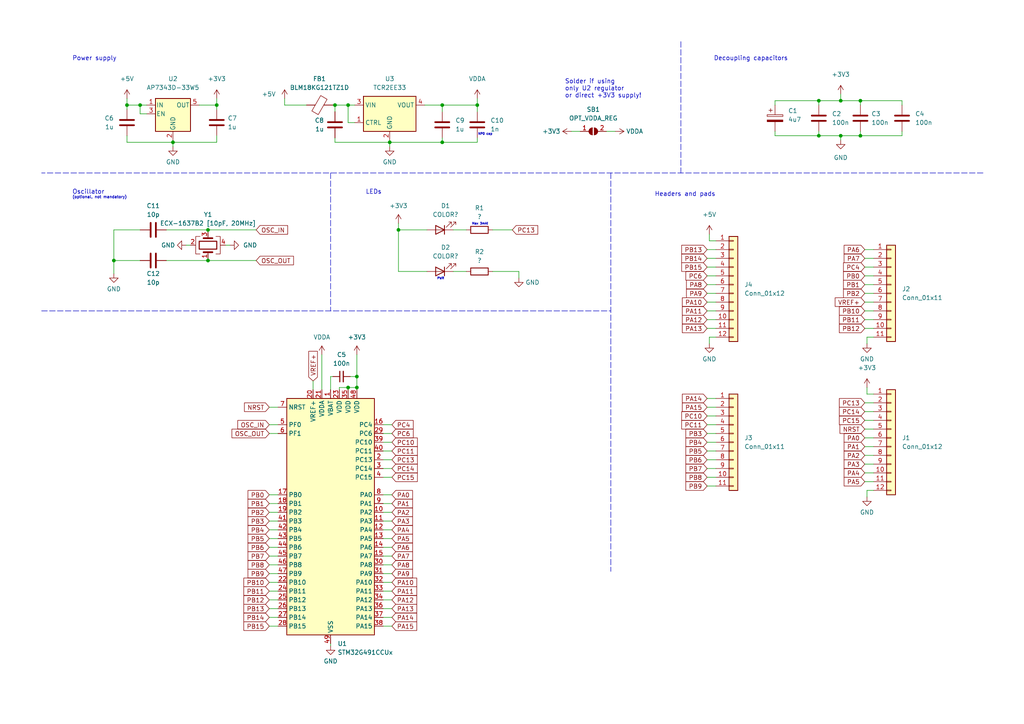
<source format=kicad_sch>
(kicad_sch (version 20211123) (generator eeschema)
  (paper "A4")
  (title_block (title "STM32G491CCUx Adaptor PCB") (rev "1"))
  (lib_symbols
    (symbol "Connector_Generic:Conn_01x11" (pin_names (offset 1.016) hide)
      (property "Reference" "J" (at 0 15.24 0))
      (property "Value" "Conn_01x11" (at 0 -15.24 0))
      (symbol "Conn_01x11_1_1"
        (rectangle (start -1.27 -12.573) (end 0 -12.827) (stroke (width 0.1524)))
        (rectangle (start -1.27 -10.033) (end 0 -10.287) (stroke (width 0.1524)))
        (rectangle (start -1.27 -7.493) (end 0 -7.747) (stroke (width 0.1524)))
        (rectangle (start -1.27 -4.953) (end 0 -5.207) (stroke (width 0.1524)))
        (rectangle (start -1.27 -2.413) (end 0 -2.667) (stroke (width 0.1524)))
        (rectangle (start -1.27 0.127) (end 0 -0.127) (stroke (width 0.1524)))
        (rectangle (start -1.27 2.667) (end 0 2.413) (stroke (width 0.1524)))
        (rectangle (start -1.27 5.207) (end 0 4.953) (stroke (width 0.1524)))
        (rectangle (start -1.27 7.747) (end 0 7.493) (stroke (width 0.1524)))
        (rectangle (start -1.27 10.287) (end 0 10.033) (stroke (width 0.1524)))
        (rectangle (start -1.27 12.827) (end 0 12.573) (stroke (width 0.1524)))
        (rectangle (start -1.27 13.97) (end 1.27 -13.97) (stroke (width 0.254)) (fill (type background)))
        (pin passive line (at -5.08 12.7 0) (length 3.81) (name "Pin_1") (number "1"))
        (pin passive line (at -5.08 -10.16 0) (length 3.81) (name "Pin_10") (number "10"))
        (pin passive line (at -5.08 -12.7 0) (length 3.81) (name "Pin_11") (number "11"))
        (pin passive line (at -5.08 10.16 0) (length 3.81) (name "Pin_2") (number "2"))
        (pin passive line (at -5.08 7.62 0) (length 3.81) (name "Pin_3") (number "3"))
        (pin passive line (at -5.08 5.08 0) (length 3.81) (name "Pin_4") (number "4"))
        (pin passive line (at -5.08 2.54 0) (length 3.81) (name "Pin_5") (number "5"))
        (pin passive line (at -5.08 0 0) (length 3.81) (name "Pin_6") (number "6"))
        (pin passive line (at -5.08 -2.54 0) (length 3.81) (name "Pin_7") (number "7"))
        (pin passive line (at -5.08 -5.08 0) (length 3.81) (name "Pin_8") (number "8"))
        (pin passive line (at -5.08 -7.62 0) (length 3.81) (name "Pin_9") (number "9"))
      )
    )
    (symbol "Connector_Generic:Conn_01x12" (pin_names (offset 1.016) hide)
      (property "Reference" "J" (at 0 15.24 0))
      (property "Value" "Conn_01x12" (at 0 -17.78 0))
      (symbol "Conn_01x12_1_1"
        (rectangle (start -1.27 -15.113) (end 0 -15.367) (stroke (width 0.1524)))
        (rectangle (start -1.27 -12.573) (end 0 -12.827) (stroke (width 0.1524)))
        (rectangle (start -1.27 -10.033) (end 0 -10.287) (stroke (width 0.1524)))
        (rectangle (start -1.27 -7.493) (end 0 -7.747) (stroke (width 0.1524)))
        (rectangle (start -1.27 -4.953) (end 0 -5.207) (stroke (width 0.1524)))
        (rectangle (start -1.27 -2.413) (end 0 -2.667) (stroke (width 0.1524)))
        (rectangle (start -1.27 0.127) (end 0 -0.127) (stroke (width 0.1524)))
        (rectangle (start -1.27 2.667) (end 0 2.413) (stroke (width 0.1524)))
        (rectangle (start -1.27 5.207) (end 0 4.953) (stroke (width 0.1524)))
        (rectangle (start -1.27 7.747) (end 0 7.493) (stroke (width 0.1524)))
        (rectangle (start -1.27 10.287) (end 0 10.033) (stroke (width 0.1524)))
        (rectangle (start -1.27 12.827) (end 0 12.573) (stroke (width 0.1524)))
        (rectangle (start -1.27 13.97) (end 1.27 -16.51) (stroke (width 0.254)) (fill (type background)))
        (pin passive line (at -5.08 12.7 0) (length 3.81) (name "Pin_1") (number "1"))
        (pin passive line (at -5.08 -10.16 0) (length 3.81) (name "Pin_10") (number "10"))
        (pin passive line (at -5.08 -12.7 0) (length 3.81) (name "Pin_11") (number "11"))
        (pin passive line (at -5.08 -15.24 0) (length 3.81) (name "Pin_12") (number "12"))
        (pin passive line (at -5.08 10.16 0) (length 3.81) (name "Pin_2") (number "2"))
        (pin passive line (at -5.08 7.62 0) (length 3.81) (name "Pin_3") (number "3"))
        (pin passive line (at -5.08 5.08 0) (length 3.81) (name "Pin_4") (number "4"))
        (pin passive line (at -5.08 2.54 0) (length 3.81) (name "Pin_5") (number "5"))
        (pin passive line (at -5.08 0 0) (length 3.81) (name "Pin_6") (number "6"))
        (pin passive line (at -5.08 -2.54 0) (length 3.81) (name "Pin_7") (number "7"))
        (pin passive line (at -5.08 -5.08 0) (length 3.81) (name "Pin_8") (number "8"))
        (pin passive line (at -5.08 -7.62 0) (length 3.81) (name "Pin_9") (number "9"))
      )
    )
    (symbol "Device:C" (pin_numbers hide) (pin_names (offset 0.254))
      (property "Reference" "C" (at 0.635 2.54 0))
      (property "Value" "C" (at 0.635 -2.54 0))
      (symbol "C_0_1"
        (polyline (pts (xy -2.032 -0.762) (xy 2.032 -0.762)) (stroke (width 0.508)))
        (polyline (pts (xy -2.032 0.762) (xy 2.032 0.762)) (stroke (width 0.508)))
      )
      (symbol "C_1_1"
        (pin passive line (at 0 3.81 270) (length 2.794) (name "~") (number "1"))
        (pin passive line (at 0 -3.81 90) (length 2.794) (name "~") (number "2"))
      )
    )
    (symbol "Device:C_Polarized" (pin_numbers hide) (pin_names (offset 0.254))
      (property "Reference" "C" (at 0.635 2.54 0))
      (property "Value" "C_Polarized" (at 0.635 -2.54 0))
      (symbol "C_Polarized_0_1"
        (rectangle (start -2.286 0.508) (end 2.286 1.016))
        (polyline (pts (xy -1.778 2.286) (xy -0.762 2.286)))
        (polyline (pts (xy -1.27 2.794) (xy -1.27 1.778)))
        (rectangle (start 2.286 -0.508) (end -2.286 -1.016) (fill (type outline)))
      )
      (symbol "C_Polarized_1_1"
        (pin passive line (at 0 3.81 270) (length 2.794) (name "~") (number "1"))
        (pin passive line (at 0 -3.81 90) (length 2.794) (name "~") (number "2"))
      )
    )
    (symbol "Device:C_Small" (pin_numbers hide) (pin_names (offset 0.254) hide)
      (property "Reference" "C" (at 0.254 1.778 0))
      (property "Value" "C_Small" (at 0.254 -2.032 0))
      (symbol "C_Small_0_1"
        (polyline (pts (xy -1.524 -0.508) (xy 1.524 -0.508)) (stroke (width 0.3302)))
        (polyline (pts (xy -1.524 0.508) (xy 1.524 0.508)) (stroke (width 0.3048)))
      )
      (symbol "C_Small_1_1"
        (pin passive line (at 0 2.54 270) (length 2.032) (name "~") (number "1"))
        (pin passive line (at 0 -2.54 90) (length 2.032) (name "~") (number "2"))
      )
    )
    (symbol "Device:Crystal_GND24" (pin_names (offset 1.016) hide)
      (property "Reference" "Y" (at 3.175 5.08 0))
      (property "Value" "Crystal_GND24" (at 3.175 3.175 0))
      (symbol "Crystal_GND24_0_1"
        (rectangle (start -1.143 2.54) (end 1.143 -2.54) (stroke (width 0.3048)))
        (polyline (pts (xy -2.54 0) (xy -2.032 0)))
        (polyline (pts (xy -2.032 -1.27) (xy -2.032 1.27)) (stroke (width 0.508)))
        (polyline (pts (xy 0 -3.81) (xy 0 -3.556)))
        (polyline (pts (xy 0 3.556) (xy 0 3.81)))
        (polyline (pts (xy 2.032 -1.27) (xy 2.032 1.27)) (stroke (width 0.508)))
        (polyline (pts (xy 2.032 0) (xy 2.54 0)))
        (polyline (pts (xy -2.54 -2.286) (xy -2.54 -3.556) (xy 2.54 -3.556) (xy 2.54 -2.286)))
        (polyline (pts (xy -2.54 2.286) (xy -2.54 3.556) (xy 2.54 3.556) (xy 2.54 2.286)))
      )
      (symbol "Crystal_GND24_1_1"
        (pin passive line (at -3.81 0 0) (length 1.27) (name "1") (number "1"))
        (pin passive line (at 0 5.08 270) (length 1.27) (name "2") (number "2"))
        (pin passive line (at 3.81 0 180) (length 1.27) (name "3") (number "3"))
        (pin passive line (at 0 -5.08 90) (length 1.27) (name "4") (number "4"))
      )
    )
    (symbol "Device:FerriteBead" (pin_numbers hide) (pin_names (offset 0))
      (property "Reference" "FB" (at -3.81 0.635 90))
      (property "Value" "FerriteBead" (at 3.81 0 90))
      (symbol "FerriteBead_0_1"
        (polyline (pts (xy 0 -1.27) (xy 0 -1.2192)))
        (polyline (pts (xy 0 1.27) (xy 0 1.2954)))
        (polyline (pts (xy -2.7686 0.4064) (xy -1.7018 2.2606) (xy 2.7686 -0.3048) (xy 1.6764 -2.159) (xy -2.7686 0.4064)))
      )
      (symbol "FerriteBead_1_1"
        (pin passive line (at 0 3.81 270) (length 2.54) (name "~") (number "1"))
        (pin passive line (at 0 -3.81 90) (length 2.54) (name "~") (number "2"))
      )
    )
    (symbol "Device:LED" (pin_numbers hide) (pin_names (offset 1.016) hide)
      (property "Reference" "D" (at 0 2.54 0))
      (property "Value" "LED" (at 0 -2.54 0))
      (symbol "LED_0_1"
        (polyline (pts (xy -1.27 -1.27) (xy -1.27 1.27)) (stroke (width 0.254)))
        (polyline (pts (xy -1.27 0) (xy 1.27 0)))
        (polyline (pts (xy 1.27 -1.27) (xy 1.27 1.27) (xy -1.27 0) (xy 1.27 -1.27)) (stroke (width 0.254)))
        (polyline (pts (xy -3.048 -0.762) (xy -4.572 -2.286) (xy -3.81 -2.286) (xy -4.572 -2.286) (xy -4.572 -1.524)))
        (polyline (pts (xy -1.778 -0.762) (xy -3.302 -2.286) (xy -2.54 -2.286) (xy -3.302 -2.286) (xy -3.302 -1.524)))
      )
      (symbol "LED_1_1"
        (pin passive line (at -3.81 0 0) (length 2.54) (name "K") (number "1"))
        (pin passive line (at 3.81 0 180) (length 2.54) (name "A") (number "2"))
      )
    )
    (symbol "Device:R" (pin_numbers hide) (pin_names (offset 0))
      (property "Reference" "R" (at 2.032 0 90))
      (property "Value" "R" (at 0 0 90))
      (symbol "R_0_1"
        (rectangle (start -1.016 -2.54) (end 1.016 2.54) (stroke (width 0.254)))
      )
      (symbol "R_1_1"
        (pin passive line (at 0 3.81 270) (length 1.27) (name "~") (number "1"))
        (pin passive line (at 0 -3.81 90) (length 1.27) (name "~") (number "2"))
      )
    )
    (symbol "Jumper:SolderJumper_2_Open" (pin_names (offset 0) hide)
      (property "Reference" "JP" (at 0 2.032 0))
      (property "Value" "SolderJumper_2_Open" (at 0 -2.54 0))
      (symbol "SolderJumper_2_Open_0_1"
        (arc (start -0.254 1.016) (mid -1.27 0) (end -0.254 -1.016))
        (arc (start -0.254 1.016) (mid -1.27 0) (end -0.254 -1.016) (fill (type outline)))
        (polyline (pts (xy -0.254 1.016) (xy -0.254 -1.016)))
        (polyline (pts (xy 0.254 1.016) (xy 0.254 -1.016)))
        (arc (start 0.254 -1.016) (mid 1.27 0) (end 0.254 1.016))
        (arc (start 0.254 -1.016) (mid 1.27 0) (end 0.254 1.016) (fill (type outline)))
      )
      (symbol "SolderJumper_2_Open_1_1"
        (pin passive line (at -3.81 0 0) (length 2.54) (name "A") (number "1"))
        (pin passive line (at 3.81 0 180) (length 2.54) (name "B") (number "2"))
      )
    )
    (symbol "MCU_ST_STM32G4:STM32G491CCUx"
      (property "Reference" "U1" (at 2.0194 -33.02 0))
      (property "Value" "STM32G491CCUx" (at 2.0194 -35.56 0))
      (symbol "STM32G491CCUx_0_1"
        (rectangle (start -12.7 -30.48) (end 12.7 38.1) (stroke (width 0.254)) (fill (type background)))
      )
      (symbol "STM32G491CCUx_1_1"
        (pin power_in line (at 0 40.64 270) (length 2.54) (name "VBAT") (number "1"))
        (pin bidirectional line (at 15.24 5.08 180) (length 2.54) (name "PA2") (number "10"))
        (pin bidirectional line (at 15.24 2.54 180) (length 2.54) (name "PA3") (number "11"))
        (pin bidirectional line (at 15.24 0 180) (length 2.54) (name "PA4") (number "12"))
        (pin bidirectional line (at 15.24 -2.54 180) (length 2.54) (name "PA5") (number "13"))
        (pin bidirectional line (at 15.24 -5.08 180) (length 2.54) (name "PA6") (number "14"))
        (pin bidirectional line (at 15.24 -7.62 180) (length 2.54) (name "PA7") (number "15"))
        (pin bidirectional line (at 15.24 30.48 180) (length 2.54) (name "PC4") (number "16"))
        (pin bidirectional line (at -15.24 10.16 0) (length 2.54) (name "PB0") (number "17"))
        (pin bidirectional line (at -15.24 7.62 0) (length 2.54) (name "PB1") (number "18"))
        (pin bidirectional line (at -15.24 5.08 0) (length 2.54) (name "PB2") (number "19"))
        (pin bidirectional line (at 15.24 20.32 180) (length 2.54) (name "PC13") (number "2"))
        (pin power_in line (at -5.08 40.64 270) (length 2.54) (name "VREF+") (number "20"))
        (pin power_in line (at -2.54 40.64 270) (length 2.54) (name "VDDA") (number "21"))
        (pin bidirectional line (at -15.24 -15.24 0) (length 2.54) (name "PB10") (number "22"))
        (pin power_in line (at 2.54 40.64 270) (length 2.54) (name "VDD") (number "23"))
        (pin bidirectional line (at -15.24 -17.78 0) (length 2.54) (name "PB11") (number "24"))
        (pin bidirectional line (at -15.24 -20.32 0) (length 2.54) (name "PB12") (number "25"))
        (pin bidirectional line (at -15.24 -22.86 0) (length 2.54) (name "PB13") (number "26"))
        (pin bidirectional line (at -15.24 -25.4 0) (length 2.54) (name "PB14") (number "27"))
        (pin bidirectional line (at -15.24 -27.94 0) (length 2.54) (name "PB15") (number "28"))
        (pin bidirectional line (at 15.24 27.94 180) (length 2.54) (name "PC6") (number "29"))
        (pin bidirectional line (at 15.24 17.78 180) (length 2.54) (name "PC14") (number "3"))
        (pin bidirectional line (at 15.24 -10.16 180) (length 2.54) (name "PA8") (number "30"))
        (pin bidirectional line (at 15.24 -12.7 180) (length 2.54) (name "PA9") (number "31"))
        (pin bidirectional line (at 15.24 -15.24 180) (length 2.54) (name "PA10") (number "32"))
        (pin bidirectional line (at 15.24 -17.78 180) (length 2.54) (name "PA11") (number "33"))
        (pin bidirectional line (at 15.24 -20.32 180) (length 2.54) (name "PA12") (number "34"))
        (pin power_in line (at 5.08 40.64 270) (length 2.54) (name "VDD") (number "35"))
        (pin bidirectional line (at 15.24 -22.86 180) (length 2.54) (name "PA13") (number "36"))
        (pin bidirectional line (at 15.24 -25.4 180) (length 2.54) (name "PA14") (number "37"))
        (pin bidirectional line (at 15.24 -27.94 180) (length 2.54) (name "PA15") (number "38"))
        (pin bidirectional line (at 15.24 25.4 180) (length 2.54) (name "PC10") (number "39"))
        (pin bidirectional line (at 15.24 15.24 180) (length 2.54) (name "PC15") (number "4"))
        (pin bidirectional line (at 15.24 22.86 180) (length 2.54) (name "PC11") (number "40"))
        (pin bidirectional line (at -15.24 2.54 0) (length 2.54) (name "PB3") (number "41"))
        (pin bidirectional line (at -15.24 0 0) (length 2.54) (name "PB4") (number "42"))
        (pin bidirectional line (at -15.24 -2.54 0) (length 2.54) (name "PB5") (number "43"))
        (pin bidirectional line (at -15.24 -5.08 0) (length 2.54) (name "PB6") (number "44"))
        (pin bidirectional line (at -15.24 -7.62 0) (length 2.54) (name "PB7") (number "45"))
        (pin bidirectional line (at -15.24 -10.16 0) (length 2.54) (name "PB8") (number "46"))
        (pin bidirectional line (at -15.24 -12.7 0) (length 2.54) (name "PB9") (number "47"))
        (pin power_in line (at 7.62 40.64 270) (length 2.54) (name "VDD") (number "48"))
        (pin power_in line (at 0 -33.02 90) (length 2.54) (name "VSS") (number "49"))
        (pin input line (at -15.24 30.48 0) (length 2.54) (name "PF0") (number "5"))
        (pin input line (at -15.24 27.94 0) (length 2.54) (name "PF1") (number "6"))
        (pin input line (at -15.24 35.56 0) (length 2.54) (name "NRST") (number "7"))
        (pin bidirectional line (at 15.24 10.16 180) (length 2.54) (name "PA0") (number "8"))
        (pin bidirectional line (at 15.24 7.62 180) (length 2.54) (name "PA1") (number "9"))
      )
    )
    (symbol "Regulator_Linear:TCR2EE27"
      (property "Reference" "U6" (at 0 9.3218 0))
      (property "Value" "TCR2EE27" (at 0 7.0104 0))
      (symbol "TCR2EE27_0_1"
        (rectangle (start -7.62 -5.08) (end 7.62 5.08) (stroke (width 0.254)) (fill (type background)))
      )
      (symbol "TCR2EE27_1_1"
        (pin input line (at -10.16 -2.54 0) (length 2.54) (name "CTRL") (number "1"))
        (pin power_in line (at 0 -7.62 90) (length 2.54) (name "GND") (number "2"))
        (pin power_in line (at -10.16 2.54 0) (length 2.54) (name "VIN") (number "3"))
        (pin power_out line (at 10.16 2.54 180) (length 2.54) (name "VOUT") (number "4"))
        (pin no_connect line (at 7.62 -2.54 180) (length 2.54) hide (name "NC") (number "5"))
      )
    )
    (symbol "Regulator_Linear:TLV70015_SOT23-5" (pin_names (offset 0.254))
      (property "Reference" "U" (at -3.81 5.715 0))
      (property "Value" "TLV70015_SOT23-5" (at 0 5.715 0))
      (symbol "TLV70015_SOT23-5_0_1"
        (rectangle (start -5.08 4.445) (end 5.08 -5.08) (stroke (width 0.254)) (fill (type background)))
      )
      (symbol "TLV70015_SOT23-5_1_1"
        (pin power_in line (at -7.62 2.54 0) (length 2.54) (name "IN") (number "1"))
        (pin power_in line (at 0 -7.62 90) (length 2.54) (name "GND") (number "2"))
        (pin input line (at -7.62 0 0) (length 2.54) (name "EN") (number "3"))
        (pin no_connect line (at 5.08 0 180) (length 2.54) hide (name "NC") (number "4"))
        (pin power_out line (at 7.62 2.54 180) (length 2.54) (name "OUT") (number "5"))
      )
    )
    (symbol "power:+3V3" (power) (pin_names (offset 0))
      (property "Value" "+3V3" (at 0 3.556 0))
      (symbol "+3V3_0_1"
        (polyline (pts (xy -0.762 1.27) (xy 0 2.54)))
        (polyline (pts (xy 0 0) (xy 0 2.54)))
        (polyline (pts (xy 0 2.54) (xy 0.762 1.27)))
      )
      (symbol "+3V3_1_1"
        (pin power_in line (at 0 0 90) (length 0) hide (name "+3V3") (number "1"))
      )
    )
    (symbol "power:+5V" (power) (pin_names (offset 0))
      (property "Value" "+5V" (at 0 3.556 0))
      (symbol "+5V_0_1"
        (polyline (pts (xy -0.762 1.27) (xy 0 2.54)))
        (polyline (pts (xy 0 0) (xy 0 2.54)))
        (polyline (pts (xy 0 2.54) (xy 0.762 1.27)))
      )
      (symbol "+5V_1_1"
        (pin power_in line (at 0 0 90) (length 0) hide (name "+5V") (number "1"))
      )
    )
    (symbol "power:GND" (power) (pin_names (offset 0))
      (property "Value" "GND" (at 0 -3.81 0))
      (symbol "GND_0_1"
        (polyline (pts (xy 0 0) (xy 0 -1.27) (xy 1.27 -1.27) (xy 0 -2.54) (xy -1.27 -1.27) (xy 0 -1.27)))
      )
      (symbol "GND_1_1"
        (pin power_in line (at 0 0 270) (length 0) hide (name "GND") (number "1"))
      )
    )
    (symbol "power:VDDA" (power) (pin_names (offset 0))
      (property "Value" "VDDA" (at 0 3.81 0))
      (symbol "VDDA_0_1"
        (polyline (pts (xy -0.762 1.27) (xy 0 2.54)))
        (polyline (pts (xy 0 0) (xy 0 2.54)))
        (polyline (pts (xy 0 2.54) (xy 0.762 1.27)))
      )
      (symbol "VDDA_1_1"
        (pin power_in line (at 0 0 90) (length 0) hide (name "VDDA") (number "1"))
      )
    )
  )
  (junction (at 138.43 30.48))
  (junction (at 36.83 30.48))
  (junction (at 237.49 39.37))
  (junction (at 103.505 112.395))
  (junction (at 243.84 29.21))
  (junction (at 128.27 30.48))
  (junction (at 128.27 41.275))
  (junction (at 243.84 39.37))
  (junction (at 249.555 29.21))
  (junction (at 33.02 75.565))
  (junction (at 100.965 112.395))
  (junction (at 237.49 29.21))
  (junction (at 103.505 109.22))
  (junction (at 249.555 39.37))
  (junction (at 100.965 30.48))
  (junction (at 97.155 30.48))
  (junction (at 50.165 41.275))
  (junction (at 40.64 30.48))
  (junction (at 113.03 41.275))
  (junction (at 60.325 75.565))
  (junction (at 60.325 66.675))
  (junction (at 115.57 66.675))
  (junction (at 62.865 30.48))
  (wire (pts (xy 250.825 137.16) (xy 253.365 137.16)))
  (wire (pts (xy 205.105 77.47) (xy 207.645 77.47)))
  (wire (pts (xy 78.105 123.19) (xy 80.645 123.19)))
  (wire (pts (xy 205.105 138.43) (xy 207.645 138.43)))
  (wire (pts (xy 111.125 143.51) (xy 113.665 143.51)))
  (wire (pts (xy 249.555 39.37) (xy 261.62 39.37)))
  (wire (pts (xy 250.825 95.25) (xy 253.365 95.25)))
  (wire (pts (xy 111.125 135.89) (xy 113.665 135.89)))
  (wire (pts (xy 250.825 132.08) (xy 253.365 132.08)))
  (wire (pts (xy 96.52 30.48) (xy 97.155 30.48)))
  (polyline (pts (xy 197.485 12.065) (xy 197.485 50.165)))
  (wire (pts (xy 50.165 41.275) (xy 50.165 42.545)))
  (wire (pts (xy 237.49 29.21) (xy 243.84 29.21)))
  (wire (pts (xy 115.57 64.77) (xy 115.57 66.675)))
  (wire (pts (xy 78.105 125.73) (xy 80.645 125.73)))
  (wire (pts (xy 90.805 110.49) (xy 90.805 113.03)))
  (wire (pts (xy 78.105 156.21) (xy 80.645 156.21)))
  (wire (pts (xy 250.825 85.09) (xy 253.365 85.09)))
  (wire (pts (xy 138.43 30.48) (xy 128.27 30.48)))
  (wire (pts (xy 131.445 78.74) (xy 135.255 78.74)))
  (wire (pts (xy 100.965 30.48) (xy 102.87 30.48)))
  (wire (pts (xy 103.505 112.395) (xy 103.505 113.03)))
  (polyline (pts (xy 285.115 50.165) (xy 12.065 50.165)))
  (wire (pts (xy 78.105 151.13) (xy 80.645 151.13)))
  (wire (pts (xy 62.865 30.48) (xy 62.865 31.75)))
  (wire (pts (xy 205.74 67.945) (xy 205.74 69.85)))
  (wire (pts (xy 205.105 133.35) (xy 207.645 133.35)))
  (wire (pts (xy 224.79 30.48) (xy 224.79 29.21)))
  (wire (pts (xy 53.975 71.12) (xy 55.245 71.12)))
  (wire (pts (xy 113.03 41.275) (xy 97.155 41.275)))
  (wire (pts (xy 95.885 186.69) (xy 95.885 187.325)))
  (wire (pts (xy 48.26 75.565) (xy 60.325 75.565)))
  (wire (pts (xy 42.545 33.02) (xy 40.64 33.02)))
  (wire (pts (xy 250.825 116.84) (xy 253.365 116.84)))
  (wire (pts (xy 175.895 38.1) (xy 178.435 38.1)))
  (wire (pts (xy 251.46 99.695) (xy 251.46 97.79)))
  (polyline (pts (xy 12.065 90.17) (xy 177.165 90.17)))
  (wire (pts (xy 111.125 156.21) (xy 113.665 156.21)))
  (wire (pts (xy 138.43 40.005) (xy 138.43 41.275)))
  (wire (pts (xy 100.965 35.56) (xy 100.965 30.48)))
  (wire (pts (xy 128.27 41.275) (xy 138.43 41.275)))
  (wire (pts (xy 78.105 171.45) (xy 80.645 171.45)))
  (wire (pts (xy 111.125 128.27) (xy 113.665 128.27)))
  (wire (pts (xy 243.84 29.21) (xy 249.555 29.21)))
  (wire (pts (xy 123.825 66.675) (xy 115.57 66.675)))
  (wire (pts (xy 205.105 87.63) (xy 207.645 87.63)))
  (wire (pts (xy 115.57 78.74) (xy 123.825 78.74)))
  (wire (pts (xy 78.105 148.59) (xy 80.645 148.59)))
  (wire (pts (xy 111.125 176.53) (xy 113.665 176.53)))
  (wire (pts (xy 33.02 79.375) (xy 33.02 75.565)))
  (wire (pts (xy 82.55 28.575) (xy 82.55 30.48)))
  (wire (pts (xy 111.125 151.13) (xy 113.665 151.13)))
  (wire (pts (xy 36.83 30.48) (xy 40.64 30.48)))
  (wire (pts (xy 103.505 109.22) (xy 103.505 112.395)))
  (wire (pts (xy 111.125 158.75) (xy 113.665 158.75)))
  (wire (pts (xy 78.105 153.67) (xy 80.645 153.67)))
  (wire (pts (xy 111.125 133.35) (xy 113.665 133.35)))
  (wire (pts (xy 78.105 163.83) (xy 80.645 163.83)))
  (wire (pts (xy 224.79 39.37) (xy 237.49 39.37)))
  (wire (pts (xy 115.57 66.675) (xy 115.57 78.74)))
  (wire (pts (xy 95.885 109.22) (xy 96.52 109.22)))
  (wire (pts (xy 113.03 41.275) (xy 113.03 42.545)))
  (wire (pts (xy 205.105 82.55) (xy 207.645 82.55)))
  (wire (pts (xy 40.64 33.02) (xy 40.64 30.48)))
  (wire (pts (xy 205.105 90.17) (xy 207.645 90.17)))
  (wire (pts (xy 250.825 129.54) (xy 253.365 129.54)))
  (wire (pts (xy 205.105 85.09) (xy 207.645 85.09)))
  (wire (pts (xy 62.865 41.275) (xy 50.165 41.275)))
  (wire (pts (xy 113.03 40.64) (xy 113.03 41.275)))
  (wire (pts (xy 78.105 179.07) (xy 80.645 179.07)))
  (wire (pts (xy 250.825 121.92) (xy 253.365 121.92)))
  (wire (pts (xy 249.555 30.48) (xy 249.555 29.21)))
  (wire (pts (xy 205.74 69.85) (xy 207.645 69.85)))
  (wire (pts (xy 250.825 77.47) (xy 253.365 77.47)))
  (wire (pts (xy 205.105 72.39) (xy 207.645 72.39)))
  (wire (pts (xy 40.64 66.675) (xy 33.02 66.675)))
  (wire (pts (xy 138.43 32.385) (xy 138.43 30.48)))
  (wire (pts (xy 249.555 38.1) (xy 249.555 39.37)))
  (wire (pts (xy 36.83 39.37) (xy 36.83 41.275)))
  (wire (pts (xy 205.105 135.89) (xy 207.645 135.89)))
  (wire (pts (xy 205.105 120.65) (xy 207.645 120.65)))
  (wire (pts (xy 78.105 146.05) (xy 80.645 146.05)))
  (wire (pts (xy 78.105 173.99) (xy 80.645 173.99)))
  (wire (pts (xy 103.505 102.87) (xy 103.505 109.22)))
  (wire (pts (xy 100.965 112.395) (xy 100.965 113.03)))
  (wire (pts (xy 78.105 161.29) (xy 80.645 161.29)))
  (wire (pts (xy 135.255 66.675) (xy 131.445 66.675)))
  (wire (pts (xy 237.49 39.37) (xy 243.84 39.37)))
  (wire (pts (xy 101.6 109.22) (xy 103.505 109.22)))
  (wire (pts (xy 250.825 82.55) (xy 253.365 82.55)))
  (wire (pts (xy 150.495 78.74) (xy 150.495 80.645)))
  (wire (pts (xy 261.62 29.21) (xy 261.62 30.48)))
  (wire (pts (xy 243.84 39.37) (xy 243.84 40.64)))
  (wire (pts (xy 111.125 153.67) (xy 113.665 153.67)))
  (wire (pts (xy 97.155 32.385) (xy 97.155 30.48)))
  (wire (pts (xy 60.325 66.675) (xy 74.295 66.675)))
  (wire (pts (xy 111.125 130.81) (xy 113.665 130.81)))
  (wire (pts (xy 78.105 143.51) (xy 80.645 143.51)))
  (wire (pts (xy 128.27 32.385) (xy 128.27 30.48)))
  (wire (pts (xy 250.825 124.46) (xy 253.365 124.46)))
  (wire (pts (xy 224.79 38.1) (xy 224.79 39.37)))
  (wire (pts (xy 33.02 66.675) (xy 33.02 75.565)))
  (wire (pts (xy 237.49 30.48) (xy 237.49 29.21)))
  (wire (pts (xy 78.105 118.11) (xy 80.645 118.11)))
  (wire (pts (xy 250.825 134.62) (xy 253.365 134.62)))
  (wire (pts (xy 36.83 41.275) (xy 50.165 41.275)))
  (wire (pts (xy 205.74 99.695) (xy 205.74 97.79)))
  (wire (pts (xy 111.125 161.29) (xy 113.665 161.29)))
  (wire (pts (xy 224.79 29.21) (xy 237.49 29.21)))
  (wire (pts (xy 123.19 30.48) (xy 128.27 30.48)))
  (wire (pts (xy 243.84 27.305) (xy 243.84 29.21)))
  (wire (pts (xy 93.345 102.87) (xy 93.345 113.03)))
  (wire (pts (xy 205.105 123.19) (xy 207.645 123.19)))
  (wire (pts (xy 250.825 72.39) (xy 253.365 72.39)))
  (wire (pts (xy 250.825 127) (xy 253.365 127)))
  (wire (pts (xy 250.825 87.63) (xy 253.365 87.63)))
  (wire (pts (xy 78.105 166.37) (xy 80.645 166.37)))
  (wire (pts (xy 111.125 123.19) (xy 113.665 123.19)))
  (wire (pts (xy 142.875 78.74) (xy 150.495 78.74)))
  (wire (pts (xy 250.825 92.71) (xy 253.365 92.71)))
  (wire (pts (xy 111.125 168.91) (xy 113.665 168.91)))
  (wire (pts (xy 78.105 176.53) (xy 80.645 176.53)))
  (wire (pts (xy 250.825 139.7) (xy 253.365 139.7)))
  (wire (pts (xy 50.165 40.64) (xy 50.165 41.275)))
  (wire (pts (xy 250.825 74.93) (xy 253.365 74.93)))
  (wire (pts (xy 57.785 30.48) (xy 62.865 30.48)))
  (wire (pts (xy 113.03 41.275) (xy 128.27 41.275)))
  (wire (pts (xy 205.74 97.79) (xy 207.645 97.79)))
  (wire (pts (xy 243.84 39.37) (xy 249.555 39.37)))
  (wire (pts (xy 111.125 181.61) (xy 113.665 181.61)))
  (wire (pts (xy 128.27 41.275) (xy 128.27 40.005)))
  (wire (pts (xy 148.59 66.675) (xy 142.875 66.675)))
  (wire (pts (xy 97.155 30.48) (xy 100.965 30.48)))
  (wire (pts (xy 62.865 39.37) (xy 62.865 41.275)))
  (wire (pts (xy 205.105 130.81) (xy 207.645 130.81)))
  (wire (pts (xy 78.105 158.75) (xy 80.645 158.75)))
  (wire (pts (xy 111.125 125.73) (xy 113.665 125.73)))
  (wire (pts (xy 40.64 30.48) (xy 42.545 30.48)))
  (wire (pts (xy 36.83 28.575) (xy 36.83 30.48)))
  (polyline (pts (xy 95.885 50.165) (xy 95.885 90.17)))
  (wire (pts (xy 48.26 66.675) (xy 60.325 66.675)))
  (wire (pts (xy 205.105 80.01) (xy 207.645 80.01)))
  (wire (pts (xy 98.425 112.395) (xy 100.965 112.395)))
  (wire (pts (xy 205.105 118.11) (xy 207.645 118.11)))
  (wire (pts (xy 111.125 173.99) (xy 113.665 173.99)))
  (polyline (pts (xy 177.165 50.165) (xy 177.165 165.735)))
  (wire (pts (xy 205.105 128.27) (xy 207.645 128.27)))
  (wire (pts (xy 82.55 30.48) (xy 88.9 30.48)))
  (wire (pts (xy 98.425 113.03) (xy 98.425 112.395)))
  (wire (pts (xy 78.105 168.91) (xy 80.645 168.91)))
  (wire (pts (xy 205.105 74.93) (xy 207.645 74.93)))
  (wire (pts (xy 237.49 38.1) (xy 237.49 39.37)))
  (wire (pts (xy 33.02 75.565) (xy 40.64 75.565)))
  (wire (pts (xy 205.105 92.71) (xy 207.645 92.71)))
  (wire (pts (xy 111.125 163.83) (xy 113.665 163.83)))
  (wire (pts (xy 111.125 179.07) (xy 113.665 179.07)))
  (wire (pts (xy 250.825 119.38) (xy 253.365 119.38)))
  (wire (pts (xy 102.87 35.56) (xy 100.965 35.56)))
  (wire (pts (xy 251.46 97.79) (xy 253.365 97.79)))
  (wire (pts (xy 95.885 113.03) (xy 95.885 109.22)))
  (wire (pts (xy 97.155 41.275) (xy 97.155 40.005)))
  (wire (pts (xy 60.325 74.93) (xy 60.325 75.565)))
  (wire (pts (xy 251.46 144.145) (xy 251.46 142.24)))
  (wire (pts (xy 111.125 148.59) (xy 113.665 148.59)))
  (wire (pts (xy 78.105 181.61) (xy 80.645 181.61)))
  (wire (pts (xy 36.83 30.48) (xy 36.83 31.75)))
  (wire (pts (xy 111.125 138.43) (xy 113.665 138.43)))
  (wire (pts (xy 60.325 75.565) (xy 74.295 75.565)))
  (wire (pts (xy 205.105 125.73) (xy 207.645 125.73)))
  (wire (pts (xy 205.105 115.57) (xy 207.645 115.57)))
  (wire (pts (xy 62.865 28.575) (xy 62.865 30.48)))
  (wire (pts (xy 251.46 112.395) (xy 251.46 114.3)))
  (wire (pts (xy 205.105 140.97) (xy 207.645 140.97)))
  (wire (pts (xy 65.405 71.12) (xy 66.675 71.12)))
  (wire (pts (xy 100.965 112.395) (xy 103.505 112.395)))
  (wire (pts (xy 249.555 29.21) (xy 261.62 29.21)))
  (wire (pts (xy 165.735 38.1) (xy 168.275 38.1)))
  (wire (pts (xy 138.43 28.575) (xy 138.43 30.48)))
  (wire (pts (xy 250.825 80.01) (xy 253.365 80.01)))
  (wire (pts (xy 205.105 95.25) (xy 207.645 95.25)))
  (wire (pts (xy 111.125 171.45) (xy 113.665 171.45)))
  (wire (pts (xy 251.46 114.3) (xy 253.365 114.3)))
  (wire (pts (xy 111.125 166.37) (xy 113.665 166.37)))
  (wire (pts (xy 250.825 90.17) (xy 253.365 90.17)))
  (wire (pts (xy 111.125 146.05) (xy 113.665 146.05)))
  (wire (pts (xy 261.62 38.1) (xy 261.62 39.37)))
  (wire (pts (xy 251.46 142.24) (xy 253.365 142.24)))
  (wire (pts (xy 60.325 67.31) (xy 60.325 66.675)))
  (text "PWR" (at 128.905 81.28 180) (effects (font (size 0.635 0.635)) (justify right bottom)))
  (text "NP0 cap" (at 142.875 39.37 180) (effects (font (size 0.635 0.635)) (justify right bottom)))
  (text "Oscillator" (at 20.955 56.515 0) (effects (font (size 1.27 1.27)) (justify left bottom)))
  (text "Max 3mA!" (at 141.605 65.405 180) (effects (font (size 0.635 0.635)) (justify right bottom)))
  (text "LEDs" (at 106.045 56.515 0) (effects (font (size 1.27 1.27)) (justify left bottom)))
  (text "Headers and pads" (at 189.865 57.15 0) (effects (font (size 1.27 1.27)) (justify left bottom)))
  (text "Decoupling capacitors" (at 207.01 17.78 0) (effects (font (size 1.27 1.27)) (justify left bottom)))
  (text "Solder if using\nonly U2 regulator\nor direct +3V3 supply!" (at 163.83 28.575 0) (effects (font (size 1.27 1.27)) (justify left bottom)))
  (text "(optional, not mandatory)" (at 20.955 57.785 0) (effects (font (size 0.8 0.8)) (justify left bottom)))
  (text "Power supply" (at 20.955 17.78 0) (effects (font (size 1.27 1.27)) (justify left bottom)))
  (global_label "PC11" (shape input) (at 113.665 130.81 0) (property "Intersheet References" "${INTERSHEET_REFS}" (effects hide)))
  (global_label "PB0" (shape input) (at 250.825 80.01 180) (property "Intersheet References" "${INTERSHEET_REFS}" (effects hide)))
  (global_label "PA7" (shape input) (at 250.825 74.93 180) (property "Intersheet References" "${INTERSHEET_REFS}" (effects hide)))
  (global_label "PA6" (shape input) (at 113.665 158.75 0) (property "Intersheet References" "${INTERSHEET_REFS}" (effects hide)))
  (global_label "NRST" (shape input) (at 78.105 118.11 180) (property "Intersheet References" "${INTERSHEET_REFS}" (effects hide)))
  (global_label "NRST" (shape input) (at 250.825 124.46 180) (property "Intersheet References" "${INTERSHEET_REFS}" (effects hide)))
  (global_label "PB7" (shape input) (at 205.105 135.89 180) (property "Intersheet References" "${INTERSHEET_REFS}" (effects hide)))
  (global_label "PC10" (shape input) (at 205.105 120.65 180) (property "Intersheet References" "${INTERSHEET_REFS}" (effects hide)))
  (global_label "PB2" (shape input) (at 78.105 148.59 180) (property "Intersheet References" "${INTERSHEET_REFS}" (effects hide)))
  (global_label "PA14" (shape input) (at 205.105 115.57 180) (property "Intersheet References" "${INTERSHEET_REFS}" (effects hide)))
  (global_label "OSC_IN" (shape input) (at 74.295 66.675 0) (property "Intersheet References" "${INTERSHEET_REFS}" (effects hide)))
  (global_label "PC14" (shape input) (at 113.665 135.89 0) (property "Intersheet References" "${INTERSHEET_REFS}" (effects hide)))
  (global_label "VREF+" (shape input) (at 90.805 110.49 90) (property "Intersheet References" "${INTERSHEET_REFS}" (effects hide)))
  (global_label "PA2" (shape input) (at 250.825 132.08 180) (property "Intersheet References" "${INTERSHEET_REFS}" (effects hide)))
  (global_label "PA1" (shape input) (at 250.825 129.54 180) (property "Intersheet References" "${INTERSHEET_REFS}" (effects hide)))
  (global_label "PC15" (shape input) (at 113.665 138.43 0) (property "Intersheet References" "${INTERSHEET_REFS}" (effects hide)))
  (global_label "PB8" (shape input) (at 205.105 138.43 180) (property "Intersheet References" "${INTERSHEET_REFS}" (effects hide)))
  (global_label "PB13" (shape input) (at 205.105 72.39 180) (property "Intersheet References" "${INTERSHEET_REFS}" (effects hide)))
  (global_label "PB4" (shape input) (at 205.105 128.27 180) (property "Intersheet References" "${INTERSHEET_REFS}" (effects hide)))
  (global_label "PA6" (shape input) (at 250.825 72.39 180) (property "Intersheet References" "${INTERSHEET_REFS}" (effects hide)))
  (global_label "PB8" (shape input) (at 78.105 163.83 180) (property "Intersheet References" "${INTERSHEET_REFS}" (effects hide)))
  (global_label "PC13" (shape input) (at 250.825 116.84 180) (property "Intersheet References" "${INTERSHEET_REFS}" (effects hide)))
  (global_label "PB6" (shape input) (at 78.105 158.75 180) (property "Intersheet References" "${INTERSHEET_REFS}" (effects hide)))
  (global_label "PC4" (shape input) (at 113.665 123.19 0) (property "Intersheet References" "${INTERSHEET_REFS}" (effects hide)))
  (global_label "PB7" (shape input) (at 78.105 161.29 180) (property "Intersheet References" "${INTERSHEET_REFS}" (effects hide)))
  (global_label "PA9" (shape input) (at 205.105 85.09 180) (property "Intersheet References" "${INTERSHEET_REFS}" (effects hide)))
  (global_label "PA0" (shape input) (at 250.825 127 180) (property "Intersheet References" "${INTERSHEET_REFS}" (effects hide)))
  (global_label "PA4" (shape input) (at 113.665 153.67 0) (property "Intersheet References" "${INTERSHEET_REFS}" (effects hide)))
  (global_label "PB11" (shape input) (at 250.825 92.71 180) (property "Intersheet References" "${INTERSHEET_REFS}" (effects hide)))
  (global_label "PC6" (shape input) (at 205.105 80.01 180) (property "Intersheet References" "${INTERSHEET_REFS}" (effects hide)))
  (global_label "PB12" (shape input) (at 78.105 173.99 180) (property "Intersheet References" "${INTERSHEET_REFS}" (effects hide)))
  (global_label "PA13" (shape input) (at 113.665 176.53 0) (property "Intersheet References" "${INTERSHEET_REFS}" (effects hide)))
  (global_label "PC14" (shape input) (at 250.825 119.38 180) (property "Intersheet References" "${INTERSHEET_REFS}" (effects hide)))
  (global_label "PC15" (shape input) (at 250.825 121.92 180) (property "Intersheet References" "${INTERSHEET_REFS}" (effects hide)))
  (global_label "PB3" (shape input) (at 205.105 125.73 180) (property "Intersheet References" "${INTERSHEET_REFS}" (effects hide)))
  (global_label "PA7" (shape input) (at 113.665 161.29 0) (property "Intersheet References" "${INTERSHEET_REFS}" (effects hide)))
  (global_label "PB12" (shape input) (at 250.825 95.25 180) (property "Intersheet References" "${INTERSHEET_REFS}" (effects hide)))
  (global_label "PA3" (shape input) (at 113.665 151.13 0) (property "Intersheet References" "${INTERSHEET_REFS}" (effects hide)))
  (global_label "PA12" (shape input) (at 205.105 92.71 180) (property "Intersheet References" "${INTERSHEET_REFS}" (effects hide)))
  (global_label "PB11" (shape input) (at 78.105 171.45 180) (property "Intersheet References" "${INTERSHEET_REFS}" (effects hide)))
  (global_label "PA11" (shape input) (at 113.665 171.45 0) (property "Intersheet References" "${INTERSHEET_REFS}" (effects hide)))
  (global_label "PC13" (shape input) (at 148.59 66.675 0) (property "Intersheet References" "${INTERSHEET_REFS}" (effects hide)))
  (global_label "PB9" (shape input) (at 205.105 140.97 180) (property "Intersheet References" "${INTERSHEET_REFS}" (effects hide)))
  (global_label "PC6" (shape input) (at 113.665 125.73 0) (property "Intersheet References" "${INTERSHEET_REFS}" (effects hide)))
  (global_label "PB14" (shape input) (at 78.105 179.07 180) (property "Intersheet References" "${INTERSHEET_REFS}" (effects hide)))
  (global_label "PA14" (shape input) (at 113.665 179.07 0) (property "Intersheet References" "${INTERSHEET_REFS}" (effects hide)))
  (global_label "PB13" (shape input) (at 78.105 176.53 180) (property "Intersheet References" "${INTERSHEET_REFS}" (effects hide)))
  (global_label "PB9" (shape input) (at 78.105 166.37 180) (property "Intersheet References" "${INTERSHEET_REFS}" (effects hide)))
  (global_label "PA15" (shape input) (at 205.105 118.11 180) (property "Intersheet References" "${INTERSHEET_REFS}" (effects hide)))
  (global_label "PB6" (shape input) (at 205.105 133.35 180) (property "Intersheet References" "${INTERSHEET_REFS}" (effects hide)))
  (global_label "PA1" (shape input) (at 113.665 146.05 0) (property "Intersheet References" "${INTERSHEET_REFS}" (effects hide)))
  (global_label "PB0" (shape input) (at 78.105 143.51 180) (property "Intersheet References" "${INTERSHEET_REFS}" (effects hide)))
  (global_label "PB3" (shape input) (at 78.105 151.13 180) (property "Intersheet References" "${INTERSHEET_REFS}" (effects hide)))
  (global_label "OSC_OUT" (shape input) (at 78.105 125.73 180) (property "Intersheet References" "${INTERSHEET_REFS}" (effects hide)))
  (global_label "PC10" (shape input) (at 113.665 128.27 0) (property "Intersheet References" "${INTERSHEET_REFS}" (effects hide)))
  (global_label "PA10" (shape input) (at 205.105 87.63 180) (property "Intersheet References" "${INTERSHEET_REFS}" (effects hide)))
  (global_label "PB15" (shape input) (at 78.105 181.61 180) (property "Intersheet References" "${INTERSHEET_REFS}" (effects hide)))
  (global_label "PA9" (shape input) (at 113.665 166.37 0) (property "Intersheet References" "${INTERSHEET_REFS}" (effects hide)))
  (global_label "PA8" (shape input) (at 205.105 82.55 180) (property "Intersheet References" "${INTERSHEET_REFS}" (effects hide)))
  (global_label "PB5" (shape input) (at 205.105 130.81 180) (property "Intersheet References" "${INTERSHEET_REFS}" (effects hide)))
  (global_label "PA15" (shape input) (at 113.665 181.61 0) (property "Intersheet References" "${INTERSHEET_REFS}" (effects hide)))
  (global_label "PA0" (shape input) (at 113.665 143.51 0) (property "Intersheet References" "${INTERSHEET_REFS}" (effects hide)))
  (global_label "PA5" (shape input) (at 250.825 139.7 180) (property "Intersheet References" "${INTERSHEET_REFS}" (effects hide)))
  (global_label "PB14" (shape input) (at 205.105 74.93 180) (property "Intersheet References" "${INTERSHEET_REFS}" (effects hide)))
  (global_label "PB1" (shape input) (at 78.105 146.05 180) (property "Intersheet References" "${INTERSHEET_REFS}" (effects hide)))
  (global_label "PB4" (shape input) (at 78.105 153.67 180) (property "Intersheet References" "${INTERSHEET_REFS}" (effects hide)))
  (global_label "PB15" (shape input) (at 205.105 77.47 180) (property "Intersheet References" "${INTERSHEET_REFS}" (effects hide)))
  (global_label "PA10" (shape input) (at 113.665 168.91 0) (property "Intersheet References" "${INTERSHEET_REFS}" (effects hide)))
  (global_label "PC4" (shape input) (at 250.825 77.47 180) (property "Intersheet References" "${INTERSHEET_REFS}" (effects hide)))
  (global_label "PC11" (shape input) (at 205.105 123.19 180) (property "Intersheet References" "${INTERSHEET_REFS}" (effects hide)))
  (global_label "OSC_OUT" (shape input) (at 74.295 75.565 0) (property "Intersheet References" "${INTERSHEET_REFS}" (effects hide)))
  (global_label "PA11" (shape input) (at 205.105 90.17 180) (property "Intersheet References" "${INTERSHEET_REFS}" (effects hide)))
  (global_label "PB10" (shape input) (at 250.825 90.17 180) (property "Intersheet References" "${INTERSHEET_REFS}" (effects hide)))
  (global_label "PC13" (shape input) (at 113.665 133.35 0) (property "Intersheet References" "${INTERSHEET_REFS}" (effects hide)))
  (global_label "PA4" (shape input) (at 250.825 137.16 180) (property "Intersheet References" "${INTERSHEET_REFS}" (effects hide)))
  (global_label "PA13" (shape input) (at 205.105 95.25 180) (property "Intersheet References" "${INTERSHEET_REFS}" (effects hide)))
  (global_label "PA3" (shape input) (at 250.825 134.62 180) (property "Intersheet References" "${INTERSHEET_REFS}" (effects hide)))
  (global_label "PA8" (shape input) (at 113.665 163.83 0) (property "Intersheet References" "${INTERSHEET_REFS}" (effects hide)))
  (global_label "PB5" (shape input) (at 78.105 156.21 180) (property "Intersheet References" "${INTERSHEET_REFS}" (effects hide)))
  (global_label "PA12" (shape input) (at 113.665 173.99 0) (property "Intersheet References" "${INTERSHEET_REFS}" (effects hide)))
  (global_label "PB2" (shape input) (at 250.825 85.09 180) (property "Intersheet References" "${INTERSHEET_REFS}" (effects hide)))
  (global_label "VREF+" (shape input) (at 250.825 87.63 180) (property "Intersheet References" "${INTERSHEET_REFS}" (effects hide)))
  (global_label "OSC_IN" (shape input) (at 78.105 123.19 180) (property "Intersheet References" "${INTERSHEET_REFS}" (effects hide)))
  (global_label "PB10" (shape input) (at 78.105 168.91 180) (property "Intersheet References" "${INTERSHEET_REFS}" (effects hide)))
  (global_label "PA2" (shape input) (at 113.665 148.59 0) (property "Intersheet References" "${INTERSHEET_REFS}" (effects hide)))
  (global_label "PA5" (shape input) (at 113.665 156.21 0) (property "Intersheet References" "${INTERSHEET_REFS}" (effects hide)))
  (global_label "PB1" (shape input) (at 250.825 82.55 180) (property "Intersheet References" "${INTERSHEET_REFS}" (effects hide)))
  (symbol (lib_id "Device:Crystal_GND24") (at 60.325 71.12 90) (unit 1)
    (property "Reference" "Y1" (at 60.325 62.23 90))
    (property "Value" "ECX-1637B2 [10pF, 20MHz]" (at 60.325 64.77 90))
    (property "Footprint" "Crystal:Crystal_SMD_2016-4Pin_2.0x1.6mm" (effects hide))
  )
  (symbol (lib_id "Device:C") (at 138.43 36.195 0) (unit 1)
    (property "Reference" "C10" (at 142.24 34.9249 0) (effects (justify left)))
    (property "Value" "1n" (at 142.24 37.4649 0) (effects (justify left)))
    (property "Footprint" "Capacitor_SMD:C_0603_1608Metric" (effects hide))
  )
  (symbol (lib_id "Device:C") (at 62.865 35.56 0) (unit 1)
    (property "Reference" "C7" (at 66.04 34.2899 0) (effects (justify left)))
    (property "Value" "1u" (at 66.04 36.8299 0) (effects (justify left)))
    (property "Footprint" "Capacitor_SMD:C_0603_1608Metric" (effects hide))
  )
  (symbol (lib_id "power:GND") (at 205.74 99.695 0) (unit 1)
    (property "Reference" "#PWR013" (effects hide))
    (property "Value" "GND" (at 205.74 104.14 0))
  )
  (symbol (lib_id "power:GND") (at 50.165 42.545 0) (unit 1)
    (property "Reference" "#PWR09" (effects hide))
    (property "Value" "GND" (at 50.165 46.99 0))
  )
  (symbol (lib_id "Device:C") (at 237.49 34.29 0) (unit 1)
    (property "Reference" "C2" (at 241.3 33.0199 0) (effects (justify left)))
    (property "Value" "100n" (at 241.3 35.5599 0) (effects (justify left)))
    (property "Footprint" "Capacitor_SMD:C_0603_1608Metric" (effects hide))
  )
  (symbol (lib_id "Connector_Generic:Conn_01x12") (at 212.725 82.55 0) (unit 1)
    (property "Reference" "J4" (at 215.9 82.5499 0) (effects (justify left)))
    (property "Value" "Conn_01x12" (at 215.9 85.0899 0) (effects (justify left)))
    (property "Footprint" "Connector_PinHeader_Castellated_2.54mm:PinHeader_Castellated_1x12_P2.54mm_Vertical" (effects hide))
  )
  (symbol (lib_id "power:+3V3") (at 251.46 112.395 0) (unit 1)
    (property "Reference" "#PWR017" (effects hide))
    (property "Value" "+3V3" (at 251.46 106.68 0))
  )
  (symbol (lib_id "Connector_Generic:Conn_01x11") (at 212.725 128.27 0) (unit 1)
    (property "Reference" "J3" (at 215.9 126.9999 0) (effects (justify left)))
    (property "Value" "Conn_01x11" (at 215.9 129.5399 0) (effects (justify left)))
    (property "Footprint" "Connector_PinHeader_Castellated_2.54mm:PinHeader_Castellated_1x11_P2.54mm_Vertical" (effects hide))
  )
  (symbol (lib_id "power:+5V") (at 205.74 67.945 0) (unit 1)
    (property "Reference" "#PWR016" (effects hide))
    (property "Value" "+5V" (at 205.74 62.23 0))
  )
  (symbol (lib_id "Regulator_Linear:TCR2EE27") (at 113.03 33.02 0) (unit 1)
    (property "Reference" "U3" (at 113.03 22.86 0))
    (property "Value" "TCR2EE33" (at 113.03 25.4 0))
    (property "Footprint" "Package_TO_SOT_SMD:SOT-553" (effects hide))
    (property "Datasheet" "https://toshiba.semicon-storage.com/info/docget.jsp?did=13794&prodName=TCR2EF45" (effects hide))
  )
  (symbol (lib_id "power:GND") (at 113.03 42.545 0) (unit 1)
    (property "Reference" "#PWR010" (effects hide))
    (property "Value" "GND" (at 113.03 46.99 0))
  )
  (symbol (lib_id "Device:LED") (at 127.635 66.675 180) (unit 1)
    (property "Reference" "D1" (at 129.2225 59.69 0))
    (property "Value" "COLOR?" (at 129.2225 62.23 0))
    (property "Footprint" "LED_SMD:LED_0603_1608Metric" (effects hide))
  )
  (symbol (lib_id "power:VDDA") (at 178.435 38.1 270) (unit 1)
    (property "Reference" "#PWR07" (effects hide))
    (property "Value" "VDDA" (at 181.61 38.0999 90) (effects (justify left)))
  )
  (symbol (lib_id "power:GND") (at 251.46 144.145 0) (unit 1)
    (property "Reference" "#PWR014" (effects hide))
    (property "Value" "GND" (at 251.46 148.59 0))
  )
  (symbol (lib_id "power:+3V3") (at 243.84 27.305 0) (unit 1)
    (property "Reference" "#PWR01" (effects hide))
    (property "Value" "+3V3" (at 243.84 21.59 0))
  )
  (symbol (lib_id "Device:LED") (at 127.635 78.74 180) (unit 1)
    (property "Reference" "D2" (at 129.2225 71.755 0))
    (property "Value" "COLOR?" (at 129.2225 74.295 0))
    (property "Footprint" "LED_SMD:LED_0603_1608Metric" (effects hide))
  )
  (symbol (lib_id "Jumper:SolderJumper_2_Open") (at 172.085 38.1 0) (unit 1)
    (property "Reference" "SB1" (at 172.085 31.75 0))
    (property "Value" "OPT_VDDA_REG" (at 172.085 34.29 0))
    (property "Footprint" "Jumper_Smaller:SolderJumper-2_P1.3mm_Smaller_Open_TrianglePad1.0x1.5mm" (effects hide))
  )
  (symbol (lib_id "Device:C_Polarized") (at 224.79 34.29 0) (unit 1)
    (property "Reference" "C1" (at 228.6 32.1309 0) (effects (justify left)))
    (property "Value" "4u7" (at 228.6 34.6709 0) (effects (justify left)))
    (property "Footprint" "Capacitor_Tantalum_SMD:CP_EIA-1608-10_AVX-L" (effects hide))
  )
  (symbol (lib_id "power:+5V") (at 82.55 28.575 0) (unit 1)
    (property "Reference" "#PWR04" (effects hide))
    (property "Value" "+5V" (at 80.01 27.3049 0) (effects (justify right)))
  )
  (symbol (lib_id "power:VDDA") (at 93.345 102.87 0) (unit 1)
    (property "Reference" "#PWR011" (effects hide))
    (property "Value" "VDDA" (at 93.345 97.79 0))
  )
  (symbol (lib_id "power:+3V3") (at 103.505 102.87 0) (unit 1)
    (property "Reference" "#PWR012" (effects hide))
    (property "Value" "+3V3" (at 103.505 97.79 0))
  )
  (symbol (lib_id "power:GND") (at 95.885 187.325 0) (unit 1)
    (property "Reference" "#PWR015" (effects hide))
    (property "Value" "GND" (at 95.885 191.77 0))
  )
  (symbol (lib_id "Device:C_Small") (at 99.06 109.22 90) (unit 1)
    (property "Reference" "C5" (at 99.0663 102.87 90))
    (property "Value" "100n" (at 99.0663 105.41 90))
    (property "Footprint" "Capacitor_SMD:C_0603_1608Metric" (effects hide))
  )
  (symbol (lib_id "Device:R") (at 139.065 66.675 270) (mirror x) (unit 1)
    (property "Reference" "R1" (at 139.065 60.325 90))
    (property "Value" "?" (at 139.065 62.865 90))
    (property "Footprint" "Resistor_SMD:R_0603_1608Metric" (effects hide))
  )
  (symbol (lib_id "power:GND") (at 243.84 40.64 0) (unit 1)
    (property "Reference" "#PWR08" (effects hide))
    (property "Value" "GND" (at 243.84 45.72 0))
  )
  (symbol (lib_id "Regulator_Linear:TLV70015_SOT23-5") (at 50.165 33.02 0) (unit 1)
    (property "Reference" "U2" (at 50.165 22.86 0))
    (property "Value" "AP7343D-33W5" (at 50.165 25.4 0))
    (property "Footprint" "Package_TO_SOT_SMD:SOT-23-5" (effects hide))
    (property "Datasheet" "http://www.ti.com/lit/ds/symlink/tlv700.pdf" (effects hide))
  )
  (symbol (lib_id "power:GND") (at 33.02 79.375 0) (unit 1)
    (property "Reference" "#PWR018" (effects hide))
    (property "Value" "GND" (at 33.02 83.82 0))
  )
  (symbol (lib_id "power:GND") (at 150.495 80.645 0) (unit 1)
    (property "Reference" "#PWR023" (effects hide))
    (property "Value" "GND" (at 152.4 81.9149 0) (effects (justify left)))
  )
  (symbol (lib_id "MCU_ST_STM32G4:STM32G491CCUx") (at 95.885 153.67 0) (unit 1)
    (property "Reference" "U1" (at 97.9044 186.69 0) (effects (justify left)))
    (property "Value" "STM32G491CCUx" (at 97.9044 189.23 0) (effects (justify left)))
    (property "Footprint" "Package_DFN_QFN:QFN-48-1EP_7x7mm_P0.5mm_EP5.6x5.6mm" (effects hide))
    (property "Datasheet" "https://www.st.com/resource/en/datasheet/stm32g491cc.pdf" (effects hide))
  )
  (symbol (lib_id "Device:C") (at 128.27 36.195 0) (unit 1)
    (property "Reference" "C9" (at 132.08 34.9249 0) (effects (justify left)))
    (property "Value" "1u" (at 132.08 37.4649 0) (effects (justify left)))
    (property "Footprint" "Capacitor_SMD:C_0603_1608Metric" (effects hide))
  )
  (symbol (lib_id "power:+3V3") (at 115.57 64.77 0) (mirror y) (unit 1)
    (property "Reference" "#PWR0103" (effects hide))
    (property "Value" "+3V3" (at 115.57 59.69 0))
  )
  (symbol (lib_id "power:+3V3") (at 165.735 38.1 90) (unit 1)
    (property "Reference" "#PWR06" (effects hide))
    (property "Value" "+3V3" (at 162.56 38.0999 90) (effects (justify left)))
  )
  (symbol (lib_id "Connector_Generic:Conn_01x12") (at 258.445 127 0) (unit 1)
    (property "Reference" "J1" (at 261.62 126.9999 0) (effects (justify left)))
    (property "Value" "Conn_01x12" (at 261.62 129.5399 0) (effects (justify left)))
    (property "Footprint" "Connector_PinHeader_Castellated_2.54mm:PinHeader_Castellated_1x12_P2.54mm_Vertical" (effects hide))
  )
  (symbol (lib_id "Device:C") (at 44.45 75.565 90) (unit 1)
    (property "Reference" "C12" (at 44.45 79.375 90))
    (property "Value" "10p" (at 44.45 81.915 90))
    (property "Footprint" "Capacitor_SMD:C_0603_1608Metric" (effects hide))
  )
  (symbol (lib_id "Device:C") (at 249.555 34.29 0) (unit 1)
    (property "Reference" "C3" (at 252.73 33.0199 0) (effects (justify left)))
    (property "Value" "100n" (at 252.73 35.5599 0) (effects (justify left)))
    (property "Footprint" "Capacitor_SMD:C_0603_1608Metric" (effects hide))
  )
  (symbol (lib_id "Device:C") (at 36.83 35.56 0) (unit 1)
    (property "Reference" "C6" (at 33.02 34.2899 0) (effects (justify right)))
    (property "Value" "1u" (at 33.02 36.8299 0) (effects (justify right)))
    (property "Footprint" "Capacitor_SMD:C_0603_1608Metric" (effects hide))
  )
  (symbol (lib_id "Device:C") (at 44.45 66.675 90) (unit 1)
    (property "Reference" "C11" (at 44.45 59.69 90))
    (property "Value" "10p" (at 44.45 62.23 90))
    (property "Footprint" "Capacitor_SMD:C_0603_1608Metric" (effects hide))
  )
  (symbol (lib_id "power:GND") (at 53.975 71.12 270) (unit 1)
    (property "Reference" "#PWR019" (effects hide))
    (property "Value" "GND" (at 50.8 71.1199 90) (effects (justify right)))
  )
  (symbol (lib_id "Device:C") (at 97.155 36.195 0) (unit 1)
    (property "Reference" "C8" (at 93.98 34.9249 0) (effects (justify right)))
    (property "Value" "1u" (at 93.98 37.4649 0) (effects (justify right)))
    (property "Footprint" "Capacitor_SMD:C_0603_1608Metric" (effects hide))
  )
  (symbol (lib_id "power:+3V3") (at 62.865 28.575 0) (unit 1)
    (property "Reference" "#PWR03" (effects hide))
    (property "Value" "+3V3" (at 62.865 22.86 0))
  )
  (symbol (lib_id "Device:R") (at 139.065 78.74 90) (unit 1)
    (property "Reference" "R2" (at 139.065 73.025 90))
    (property "Value" "?" (at 139.065 75.565 90))
    (property "Footprint" "Resistor_SMD:R_0603_1608Metric" (effects hide))
  )
  (symbol (lib_id "power:GND") (at 66.675 71.12 90) (unit 1)
    (property "Reference" "#PWR020" (effects hide))
    (property "Value" "GND" (at 70.485 71.1199 90) (effects (justify right)))
  )
  (symbol (lib_id "Device:C") (at 261.62 34.29 0) (unit 1)
    (property "Reference" "C4" (at 265.43 33.0199 0) (effects (justify left)))
    (property "Value" "100n" (at 265.43 35.5599 0) (effects (justify left)))
    (property "Footprint" "Capacitor_SMD:C_0603_1608Metric" (effects hide))
  )
  (symbol (lib_id "power:VDDA") (at 138.43 28.575 0) (unit 1)
    (property "Reference" "#PWR05" (effects hide))
    (property "Value" "VDDA" (at 138.43 22.86 0))
  )
  (symbol (lib_id "power:+5V") (at 36.83 28.575 0) (unit 1)
    (property "Reference" "#PWR02" (effects hide))
    (property "Value" "+5V" (at 36.83 22.86 0))
  )
  (symbol (lib_id "Device:FerriteBead") (at 92.71 30.48 90) (unit 1)
    (property "Reference" "FB1" (at 92.6592 22.86 90))
    (property "Value" "BLM18KG121TZ1D" (at 92.6592 25.4 90))
    (property "Footprint" "Inductor_SMD:L_0603_1608Metric" (effects hide))
  )
  (symbol (lib_id "power:GND") (at 251.46 99.695 0) (unit 1)
    (property "Reference" "#PWR0101" (effects hide))
    (property "Value" "GND" (at 251.46 104.14 0))
  )
  (symbol (lib_id "Connector_Generic:Conn_01x11") (at 258.445 85.09 0) (unit 1)
    (property "Reference" "J2" (at 261.62 83.8199 0) (effects (justify left)))
    (property "Value" "Conn_01x11" (at 261.62 86.3599 0) (effects (justify left)))
    (property "Footprint" "Connector_PinHeader_Castellated_2.54mm:PinHeader_Castellated_1x11_P2.54mm_Vertical" (effects hide))
  )
)
</source>
